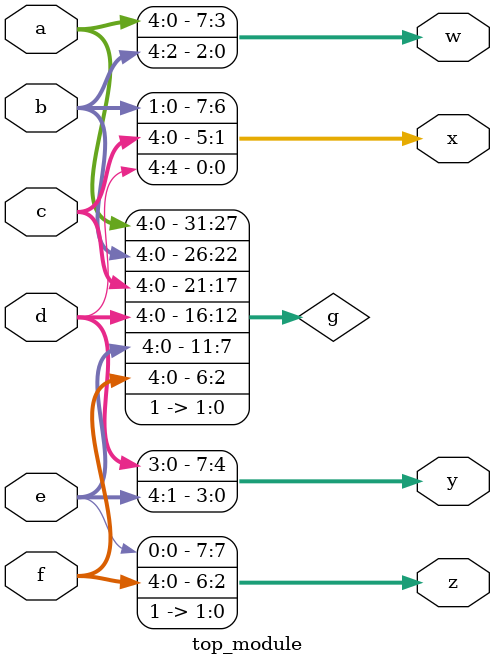
<source format=v>
`default_nettype none

module top_module (
    input [4:0] a, b, c, d, e, f,
    output [7:0] w, x, y, z 
);

    wire [31:0] g;

    assign g = {a, b, c, d, e, f, 2'b11};
    assign {w, x, y, z} = g;

endmodule
</source>
